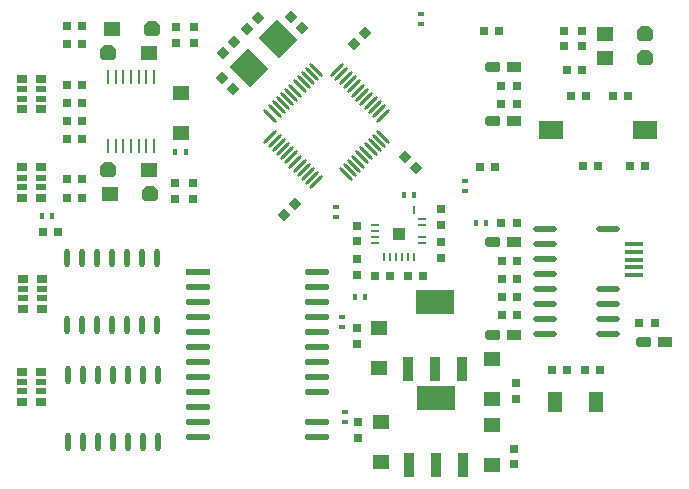
<source format=gtp>
G04*
G04 #@! TF.GenerationSoftware,Altium Limited,Altium Designer,18.1.9 (240)*
G04*
G04 Layer_Color=8421504*
%FSLAX25Y25*%
%MOIN*%
G70*
G01*
G75*
%ADD20R,0.03000X0.03000*%
%ADD21R,0.07874X0.05906*%
%ADD22R,0.05000X0.03500*%
G04:AMPARAMS|DCode=23|XSize=50mil|YSize=35mil|CornerRadius=0mil|HoleSize=0mil|Usage=FLASHONLY|Rotation=180.000|XOffset=0mil|YOffset=0mil|HoleType=Round|Shape=Octagon|*
%AMOCTAGOND23*
4,1,8,-0.02500,0.00875,-0.02500,-0.00875,-0.01625,-0.01750,0.01625,-0.01750,0.02500,-0.00875,0.02500,0.00875,0.01625,0.01750,-0.01625,0.01750,-0.02500,0.00875,0.0*
%
%ADD23OCTAGOND23*%

%ADD24R,0.01968X0.01575*%
%ADD25R,0.03937X0.03937*%
%ADD26R,0.00984X0.03150*%
%ADD27O,0.03150X0.00984*%
%ADD28O,0.00984X0.03150*%
%ADD29R,0.01575X0.01968*%
%ADD30R,0.05000X0.06500*%
%ADD31P,0.04243X4X90.0*%
%ADD32P,0.04243X4X180.0*%
G04:AMPARAMS|DCode=33|XSize=94.49mil|YSize=86.61mil|CornerRadius=0mil|HoleSize=0mil|Usage=FLASHONLY|Rotation=315.000|XOffset=0mil|YOffset=0mil|HoleType=Round|Shape=Rectangle|*
%AMROTATEDRECTD33*
4,1,4,-0.06403,0.00278,-0.00278,0.06403,0.06403,-0.00278,0.00278,-0.06403,-0.06403,0.00278,0.0*
%
%ADD33ROTATEDRECTD33*%

G04:AMPARAMS|DCode=34|XSize=9.84mil|YSize=61.02mil|CornerRadius=0mil|HoleSize=0mil|Usage=FLASHONLY|Rotation=45.000|XOffset=0mil|YOffset=0mil|HoleType=Round|Shape=Round|*
%AMOVALD34*
21,1,0.05118,0.00984,0.00000,0.00000,135.0*
1,1,0.00984,0.01810,-0.01810*
1,1,0.00984,-0.01810,0.01810*
%
%ADD34OVALD34*%

G04:AMPARAMS|DCode=35|XSize=9.84mil|YSize=61.02mil|CornerRadius=0mil|HoleSize=0mil|Usage=FLASHONLY|Rotation=315.000|XOffset=0mil|YOffset=0mil|HoleType=Round|Shape=Round|*
%AMOVALD35*
21,1,0.05118,0.00984,0.00000,0.00000,45.0*
1,1,0.00984,-0.01810,-0.01810*
1,1,0.00984,0.01810,0.01810*
%
%ADD35OVALD35*%

%ADD36R,0.03000X0.03000*%
G04:AMPARAMS|DCode=37|XSize=55mil|YSize=50mil|CornerRadius=0mil|HoleSize=0mil|Usage=FLASHONLY|Rotation=0.000|XOffset=0mil|YOffset=0mil|HoleType=Round|Shape=Octagon|*
%AMOCTAGOND37*
4,1,8,0.02750,-0.01250,0.02750,0.01250,0.01500,0.02500,-0.01500,0.02500,-0.02750,0.01250,-0.02750,-0.01250,-0.01500,-0.02500,0.01500,-0.02500,0.02750,-0.01250,0.0*
%
%ADD37OCTAGOND37*%

%ADD38R,0.05500X0.05000*%
%ADD39R,0.06299X0.01378*%
%ADD40O,0.07874X0.02165*%
%ADD41R,0.12598X0.08268*%
%ADD42R,0.03543X0.08268*%
%ADD43R,0.05512X0.04724*%
%ADD44R,0.08268X0.02165*%
%ADD45O,0.08268X0.02165*%
%ADD46O,0.00984X0.04724*%
%ADD47R,0.00984X0.04724*%
%ADD48R,0.03543X0.02559*%
%ADD49R,0.03543X0.01968*%
%ADD50O,0.01772X0.06299*%
D20*
X129118Y-173000D02*
D03*
X124000D02*
D03*
X118059Y-173000D02*
D03*
X112941D02*
D03*
X96269Y-84173D02*
D03*
X101387D02*
D03*
X96269Y-78173D02*
D03*
X101387D02*
D03*
X124559Y-81500D02*
D03*
X119441D02*
D03*
X133441D02*
D03*
X138559D02*
D03*
X147388Y-157305D02*
D03*
X142270D02*
D03*
X94118Y-105424D02*
D03*
X89000D02*
D03*
X123441Y-105000D02*
D03*
X128559D02*
D03*
X138941D02*
D03*
X144059D02*
D03*
X95559Y-59865D02*
D03*
X90441D02*
D03*
X117941Y-72924D02*
D03*
X123059D02*
D03*
X96328Y-154730D02*
D03*
X101446D02*
D03*
X96328Y-148730D02*
D03*
X101446D02*
D03*
X96328Y-136730D02*
D03*
X101446D02*
D03*
X96328Y-142730D02*
D03*
X101446D02*
D03*
X96269Y-123806D02*
D03*
X101387D02*
D03*
X59122Y-141479D02*
D03*
X54004D02*
D03*
X64945Y-141479D02*
D03*
X70063D02*
D03*
X-43567Y-89922D02*
D03*
X-48685D02*
D03*
X-43507Y-95922D02*
D03*
X-48625D02*
D03*
X-43567Y-115540D02*
D03*
X-48685D02*
D03*
Y-109422D02*
D03*
X-43567D02*
D03*
X-48684Y-83922D02*
D03*
X-43566D02*
D03*
X-48684Y-77922D02*
D03*
X-43566D02*
D03*
X-43567Y-64423D02*
D03*
X-48685D02*
D03*
X-48684Y-58422D02*
D03*
X-43566D02*
D03*
X-56559Y-127000D02*
D03*
X-51441D02*
D03*
D21*
X144000Y-93000D02*
D03*
X112769Y-93079D02*
D03*
D22*
X100329Y-72095D02*
D03*
Y-90095D02*
D03*
X100328Y-130230D02*
D03*
Y-161230D02*
D03*
X150887Y-163638D02*
D03*
D23*
X93329Y-72095D02*
D03*
Y-90095D02*
D03*
X93328Y-130230D02*
D03*
Y-161230D02*
D03*
X143887Y-163638D02*
D03*
D24*
X84000Y-109849D02*
D03*
Y-113195D02*
D03*
X69500Y-54425D02*
D03*
Y-57771D02*
D03*
X41000Y-122000D02*
D03*
Y-118654D02*
D03*
X43118Y-155229D02*
D03*
Y-158575D02*
D03*
X44020Y-186943D02*
D03*
Y-190289D02*
D03*
D25*
X62063Y-127554D02*
D03*
D26*
X66984Y-119680D02*
D03*
D27*
X54189Y-130507D02*
D03*
Y-128538D02*
D03*
Y-126570D02*
D03*
Y-124601D02*
D03*
X69937Y-122633D02*
D03*
Y-124601D02*
D03*
Y-128538D02*
D03*
Y-130507D02*
D03*
D28*
X66984Y-135428D02*
D03*
X65016D02*
D03*
X63047D02*
D03*
X61079D02*
D03*
X59110D02*
D03*
X57142D02*
D03*
D29*
X91175Y-123805D02*
D03*
X87828D02*
D03*
X67078Y-114500D02*
D03*
X63732D02*
D03*
X47463Y-148500D02*
D03*
X50810D02*
D03*
X-53654Y-121731D02*
D03*
X-57000D02*
D03*
X-12397Y-100300D02*
D03*
X-9050D02*
D03*
D30*
X127750Y-183500D02*
D03*
X114250D02*
D03*
D31*
X3381Y-67119D02*
D03*
X7000Y-63500D02*
D03*
X11381Y-59119D02*
D03*
X15000Y-55500D02*
D03*
X50810Y-60543D02*
D03*
X47190Y-64162D02*
D03*
X23781Y-121119D02*
D03*
X27400Y-117500D02*
D03*
D32*
X29810Y-59009D02*
D03*
X26191Y-55391D02*
D03*
X3190Y-75655D02*
D03*
X6809Y-79274D02*
D03*
X67619Y-105704D02*
D03*
X64000Y-102085D02*
D03*
D33*
X12128Y-72336D02*
D03*
X21872Y-62593D02*
D03*
D34*
X34543Y-72856D02*
D03*
X33151Y-74248D02*
D03*
X31759Y-75640D02*
D03*
X30367Y-77032D02*
D03*
X28975Y-78424D02*
D03*
X27583Y-79816D02*
D03*
X26191Y-81208D02*
D03*
X24799Y-82600D02*
D03*
X23407Y-83992D02*
D03*
X22015Y-85384D02*
D03*
X20623Y-86775D02*
D03*
X19231Y-88168D02*
D03*
X44284Y-107652D02*
D03*
X45676Y-106261D02*
D03*
X47068Y-104869D02*
D03*
X48460Y-103477D02*
D03*
X49852Y-102085D02*
D03*
X51244Y-100693D02*
D03*
X52636Y-99301D02*
D03*
X54027Y-97909D02*
D03*
X55419Y-96517D02*
D03*
X56811Y-95125D02*
D03*
D35*
X19231D02*
D03*
X20623Y-96517D02*
D03*
X22015Y-97909D02*
D03*
X23407Y-99301D02*
D03*
X24799Y-100693D02*
D03*
X26191Y-102085D02*
D03*
X27583Y-103477D02*
D03*
X28975Y-104869D02*
D03*
X30367Y-106261D02*
D03*
X31759Y-107652D02*
D03*
X33151Y-109044D02*
D03*
X34543Y-110436D02*
D03*
X56811Y-88168D02*
D03*
X55419Y-86775D02*
D03*
X54027Y-85384D02*
D03*
X52636Y-83992D02*
D03*
X51244Y-82600D02*
D03*
X49852Y-81208D02*
D03*
X48460Y-79816D02*
D03*
X47068Y-78424D02*
D03*
X45676Y-77032D02*
D03*
X44284Y-75640D02*
D03*
X42892Y-74248D02*
D03*
X41500Y-72856D02*
D03*
D36*
X117000Y-59864D02*
D03*
Y-64983D02*
D03*
X123000D02*
D03*
Y-59864D02*
D03*
X48000Y-124806D02*
D03*
Y-129924D02*
D03*
Y-141118D02*
D03*
Y-136000D02*
D03*
X76063Y-124479D02*
D03*
Y-119361D02*
D03*
X76063Y-130420D02*
D03*
Y-135538D02*
D03*
X101019Y-177440D02*
D03*
Y-182558D02*
D03*
X48028Y-164118D02*
D03*
Y-159000D02*
D03*
X100519Y-199309D02*
D03*
Y-204427D02*
D03*
X48520Y-195502D02*
D03*
Y-190384D02*
D03*
X-12626Y-110682D02*
D03*
Y-115800D02*
D03*
X-6626Y-110682D02*
D03*
Y-115800D02*
D03*
X-6126Y-58741D02*
D03*
Y-63859D02*
D03*
X-12125D02*
D03*
Y-58741D02*
D03*
D37*
X144250Y-68924D02*
D03*
Y-60924D02*
D03*
X-34876Y-67300D02*
D03*
X-20125Y-59300D02*
D03*
X-34876Y-106422D02*
D03*
X-20870Y-114300D02*
D03*
D38*
X130750Y-68924D02*
D03*
Y-60924D02*
D03*
X-21375Y-67300D02*
D03*
X-33626Y-59300D02*
D03*
X-21375Y-106422D02*
D03*
X-34370Y-114300D02*
D03*
D39*
X140580Y-133624D02*
D03*
Y-131065D02*
D03*
Y-141301D02*
D03*
Y-136183D02*
D03*
Y-138742D02*
D03*
D40*
X110828Y-125805D02*
D03*
Y-130805D02*
D03*
Y-135805D02*
D03*
Y-140805D02*
D03*
Y-145805D02*
D03*
Y-150805D02*
D03*
Y-155805D02*
D03*
Y-160805D02*
D03*
X131928Y-125805D02*
D03*
Y-145805D02*
D03*
Y-150805D02*
D03*
Y-155805D02*
D03*
Y-160805D02*
D03*
D41*
X74000Y-150279D02*
D03*
X74520Y-182148D02*
D03*
D42*
X83055Y-172720D02*
D03*
X74000D02*
D03*
X64945D02*
D03*
X83575Y-204588D02*
D03*
X74520D02*
D03*
X65465D02*
D03*
D43*
X93020Y-182693D02*
D03*
Y-169307D02*
D03*
X55500Y-158807D02*
D03*
Y-172193D02*
D03*
X56020Y-190175D02*
D03*
Y-203561D02*
D03*
X93020Y-204636D02*
D03*
Y-191250D02*
D03*
X-10566Y-93993D02*
D03*
Y-80607D02*
D03*
D44*
X-4882Y-140364D02*
D03*
D45*
Y-145364D02*
D03*
Y-150364D02*
D03*
Y-155364D02*
D03*
Y-160364D02*
D03*
Y-165364D02*
D03*
Y-170364D02*
D03*
Y-175364D02*
D03*
Y-180364D02*
D03*
Y-185364D02*
D03*
X34882Y-160364D02*
D03*
Y-165364D02*
D03*
Y-170364D02*
D03*
Y-175364D02*
D03*
Y-180364D02*
D03*
Y-190364D02*
D03*
Y-195364D02*
D03*
X-4882D02*
D03*
Y-190364D02*
D03*
X34882Y-140364D02*
D03*
Y-145364D02*
D03*
Y-150364D02*
D03*
Y-155364D02*
D03*
D46*
X-34923Y-75186D02*
D03*
X-32364D02*
D03*
X-29805D02*
D03*
X-27246D02*
D03*
X-24686D02*
D03*
X-22127D02*
D03*
X-19568D02*
D03*
Y-98414D02*
D03*
X-22127D02*
D03*
X-24686D02*
D03*
X-27246D02*
D03*
X-29805D02*
D03*
X-32364D02*
D03*
D47*
X-34923D02*
D03*
D48*
X-63500Y-86020D02*
D03*
Y-75941D02*
D03*
X-57201D02*
D03*
Y-86020D02*
D03*
X-57350Y-105397D02*
D03*
Y-115476D02*
D03*
X-63650D02*
D03*
Y-105397D02*
D03*
X-56850Y-142461D02*
D03*
Y-152539D02*
D03*
X-63150D02*
D03*
Y-142461D02*
D03*
X-57201Y-173461D02*
D03*
Y-183539D02*
D03*
X-63500D02*
D03*
Y-173461D02*
D03*
D49*
X-63500Y-82556D02*
D03*
Y-79406D02*
D03*
X-57201D02*
D03*
Y-82556D02*
D03*
X-57350Y-108861D02*
D03*
Y-112011D02*
D03*
X-63650D02*
D03*
Y-108861D02*
D03*
X-56850Y-145925D02*
D03*
Y-149075D02*
D03*
X-63150D02*
D03*
Y-145925D02*
D03*
X-57201Y-176925D02*
D03*
Y-180075D02*
D03*
X-63500D02*
D03*
Y-176925D02*
D03*
D50*
X-23500Y-135664D02*
D03*
X-28500D02*
D03*
X-33500D02*
D03*
X-38500D02*
D03*
X-43500D02*
D03*
X-48500D02*
D03*
X-18500D02*
D03*
X-18500Y-157864D02*
D03*
X-23500D02*
D03*
X-28500D02*
D03*
X-33500D02*
D03*
X-38500D02*
D03*
X-43500D02*
D03*
X-48500D02*
D03*
X-23390Y-174664D02*
D03*
X-28390D02*
D03*
X-33390D02*
D03*
X-38390D02*
D03*
X-43390D02*
D03*
X-48390D02*
D03*
X-18390D02*
D03*
X-18390Y-196864D02*
D03*
X-23390D02*
D03*
X-28390D02*
D03*
X-33390D02*
D03*
X-38390D02*
D03*
X-43390D02*
D03*
X-48390D02*
D03*
M02*

</source>
